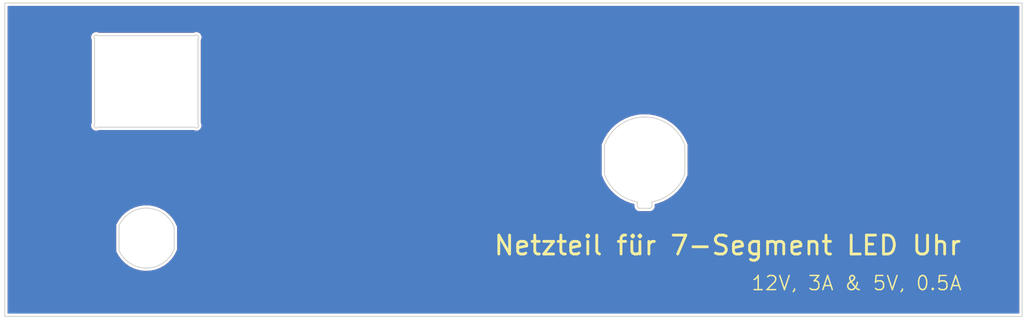
<source format=kicad_pcb>
(kicad_pcb (version 20171130) (host pcbnew 5.1.6)

  (general
    (thickness 1.6)
    (drawings 28)
    (tracks 0)
    (zones 0)
    (modules 0)
    (nets 1)
  )

  (page A4)
  (layers
    (0 F.Cu signal)
    (31 B.Cu signal)
    (32 B.Adhes user)
    (33 F.Adhes user)
    (34 B.Paste user)
    (35 F.Paste user)
    (36 B.SilkS user)
    (37 F.SilkS user)
    (38 B.Mask user)
    (39 F.Mask user)
    (40 Dwgs.User user)
    (41 Cmts.User user)
    (42 Eco1.User user)
    (43 Eco2.User user)
    (44 Edge.Cuts user)
    (45 Margin user)
    (46 B.CrtYd user)
    (47 F.CrtYd user)
    (48 B.Fab user)
    (49 F.Fab user)
  )

  (setup
    (last_trace_width 0.25)
    (trace_clearance 0.2)
    (zone_clearance 0.508)
    (zone_45_only no)
    (trace_min 0.2)
    (via_size 0.8)
    (via_drill 0.4)
    (via_min_size 0.4)
    (via_min_drill 0.3)
    (uvia_size 0.3)
    (uvia_drill 0.1)
    (uvias_allowed no)
    (uvia_min_size 0.2)
    (uvia_min_drill 0.1)
    (edge_width 0.05)
    (segment_width 0.2)
    (pcb_text_width 0.3)
    (pcb_text_size 1.5 1.5)
    (mod_edge_width 0.12)
    (mod_text_size 1 1)
    (mod_text_width 0.15)
    (pad_size 1.524 1.524)
    (pad_drill 0.762)
    (pad_to_mask_clearance 0.05)
    (aux_axis_origin 0 0)
    (visible_elements 7FFFFFFF)
    (pcbplotparams
      (layerselection 0x010f0_ffffffff)
      (usegerberextensions false)
      (usegerberattributes true)
      (usegerberadvancedattributes true)
      (creategerberjobfile true)
      (excludeedgelayer true)
      (linewidth 0.150000)
      (plotframeref false)
      (viasonmask false)
      (mode 1)
      (useauxorigin false)
      (hpglpennumber 1)
      (hpglpenspeed 20)
      (hpglpendiameter 15.000000)
      (psnegative false)
      (psa4output false)
      (plotreference true)
      (plotvalue true)
      (plotinvisibletext false)
      (padsonsilk false)
      (subtractmaskfromsilk false)
      (outputformat 1)
      (mirror false)
      (drillshape 0)
      (scaleselection 1)
      (outputdirectory "output/frontplate"))
  )

  (net 0 "")

  (net_class Default "Dies ist die voreingestellte Netzklasse."
    (clearance 0.2)
    (trace_width 0.25)
    (via_dia 0.8)
    (via_drill 0.4)
    (uvia_dia 0.3)
    (uvia_drill 0.1)
  )

  (gr_text "12V, 3A & 5V, 0.5A" (at 266 125) (layer F.SilkS)
    (effects (font (size 3 3) (thickness 0.3)) (justify right))
  )
  (gr_text "Netzteil für 7-Segment LED Uhr" (at 266 117) (layer F.SilkS)
    (effects (font (size 4 4) (thickness 0.6)) (justify right))
  )
  (gr_line (start 200.146393 108.6465) (end 200.146393 107.766904) (layer Edge.Cuts) (width 0.2))
  (gr_line (start 197.553607 109.1465) (end 199.646393 109.1465) (layer Edge.Cuts) (width 0.2))
  (gr_arc (start 103.596443 72.903551) (end 103.95 73.257101) (angle -180) (layer Edge.Cuts) (width 0.2))
  (gr_line (start 197.053607 108.6465) (end 197.053607 107.766904) (layer Edge.Cuts) (width 0.2))
  (gr_arc (start 103.596443 91.59645) (end 103.242886 91.95) (angle -180) (layer Edge.Cuts) (width 0.2))
  (gr_arc (start 197.553607 108.6465) (end 197.053607 108.6465) (angle -90) (layer Edge.Cuts) (width 0.2))
  (gr_line (start 63 132.05) (end 63 65.65) (layer Edge.Cuts) (width 0.2))
  (gr_arc (start 82.403556 91.59645) (end 82.05 91.2429) (angle -180) (layer Edge.Cuts) (width 0.2))
  (gr_line (start 278.6 65.65) (end 278.6 132.05) (layer Edge.Cuts) (width 0.2))
  (gr_line (start 63 65.65) (end 278.6 65.65) (layer Edge.Cuts) (width 0.2))
  (gr_arc (start 93 115.45) (end 87.226393 118.093476) (angle -134.3527363) (layer Edge.Cuts) (width 0.2))
  (gr_line (start 103.242886 72.550001) (end 82.757113 72.55) (layer Edge.Cuts) (width 0.2))
  (gr_line (start 103.95 91.2429) (end 103.95 73.257101) (layer Edge.Cuts) (width 0.2))
  (gr_line (start 82.757112 91.95) (end 103.242886 91.95) (layer Edge.Cuts) (width 0.2))
  (gr_line (start 98.926393 113.169569) (end 98.926393 117.730432) (layer Edge.Cuts) (width 0.2))
  (gr_line (start 87.226393 118.093476) (end 87.226393 112.806525) (layer Edge.Cuts) (width 0.2))
  (gr_arc (start 199.646393 108.6465) (end 199.646393 109.1465) (angle -90) (layer Edge.Cuts) (width 0.2))
  (gr_line (start 278.6 132.05) (end 63 132.05) (layer Edge.Cuts) (width 0.2))
  (gr_arc (start 82.403556 72.903551) (end 82.757113 72.55) (angle -180) (layer Edge.Cuts) (width 0.2))
  (gr_arc (start 93 115.45) (end 98.926393 113.169569) (angle -134.3527363) (layer Edge.Cuts) (width 0.2))
  (gr_line (start 82.049999 73.257102) (end 82.05 91.2429) (layer Edge.Cuts) (width 0.2))
  (gr_line (start 190.1 95.743153) (end 190.1 101.956848) (layer Edge.Cuts) (width 0.2))
  (gr_arc (start 198.6 98.85) (end 190.1 101.956848) (angle -60.08352789) (layer Edge.Cuts) (width 0.2))
  (gr_arc (start 198.6 98.85) (end 200.146393 107.766904) (angle -60.08353601) (layer Edge.Cuts) (width 0.2))
  (gr_arc (start 198.6 98.85) (end 207.1 95.743153) (angle -139.8441271) (layer Edge.Cuts) (width 0.2))
  (gr_line (start 207.1 101.956848) (end 207.1 95.743153) (layer Edge.Cuts) (width 0.2))

  (zone (net 0) (net_name "") (layer B.Cu) (tstamp 0) (hatch edge 0.508)
    (connect_pads yes (clearance 0.508))
    (min_thickness 0.254)
    (fill yes (arc_segments 32) (thermal_gap 0.508) (thermal_bridge_width 0.508))
    (polygon
      (pts
        (xy 279 133) (xy 62 133) (xy 62 65) (xy 279 65)
      )
    )
    (filled_polygon
      (pts
        (xy 277.865001 131.315) (xy 63.735 131.315) (xy 63.735 118.12958) (xy 86.491393 118.12958) (xy 86.502028 118.23756)
        (xy 86.544056 118.376108) (xy 86.612306 118.503795) (xy 86.614981 118.507055) (xy 87.027421 119.257983) (xy 87.057922 119.304457)
        (xy 87.08817 119.351117) (xy 87.694119 120.142129) (xy 87.771223 120.227902) (xy 88.493453 120.914383) (xy 88.493454 120.914384)
        (xy 88.583027 120.987039) (xy 89.403755 121.552087) (xy 89.503591 121.609835) (xy 90.402606 122.039537) (xy 90.510247 122.080956)
        (xy 90.510251 122.080957) (xy 91.465416 122.36473) (xy 91.57821 122.388801) (xy 92.56601 122.519661) (xy 92.681182 122.52579)
        (xy 92.681183 122.52579) (xy 93.677293 122.500512) (xy 93.792006 122.48855) (xy 93.792018 122.488547) (xy 94.771898 122.307756)
        (xy 94.883327 122.277996) (xy 94.883331 122.277994) (xy 95.822868 121.946142) (xy 95.822872 121.946141) (xy 95.928273 121.899315)
        (xy 96.804338 121.424568) (xy 96.901116 121.361831) (xy 96.901118 121.361829) (xy 97.692129 120.755881) (xy 97.777902 120.678777)
        (xy 98.464383 119.956547) (xy 98.506614 119.904482) (xy 98.537039 119.866973) (xy 99.102087 119.046245) (xy 99.159835 118.946409)
        (xy 99.582404 118.062318) (xy 99.60873 118.013065) (xy 99.650758 117.874517) (xy 99.661393 117.766537) (xy 99.661393 113.133464)
        (xy 99.650758 113.025484) (xy 99.60873 112.886936) (xy 99.583384 112.839517) (xy 99.197182 112.019639) (xy 99.169614 111.971351)
        (xy 99.142324 111.922917) (xy 98.586583 111.095858) (xy 98.514944 111.00547) (xy 97.83667 110.275537) (xy 97.836665 110.27553)
        (xy 97.777237 110.220882) (xy 97.751769 110.197462) (xy 97.751762 110.197458) (xy 96.967653 109.582616) (xy 96.871589 109.518789)
        (xy 96.000948 109.034179) (xy 96.000943 109.034176) (xy 95.896077 108.986163) (xy 94.96034 108.643715) (xy 94.9007 108.627062)
        (xy 94.849255 108.612697) (xy 93.871468 108.420846) (xy 93.756898 108.407588) (xy 93.756897 108.407588) (xy 92.761137 108.37106)
        (xy 92.761136 108.37106) (xy 92.65619 108.375457) (xy 92.645903 108.375888) (xy 91.656687 108.49558) (xy 91.543628 108.518375)
        (xy 90.585314 108.791341) (xy 90.477212 108.831542) (xy 89.573404 109.251058) (xy 89.573399 109.25106) (xy 89.472917 109.307676)
        (xy 88.645858 109.863417) (xy 88.563119 109.928994) (xy 88.55547 109.935056) (xy 87.825537 110.61333) (xy 87.82553 110.613335)
        (xy 87.80194 110.638989) (xy 87.747462 110.698231) (xy 87.747458 110.698238) (xy 87.132616 111.482347) (xy 87.068789 111.578411)
        (xy 86.616309 112.391329) (xy 86.612307 112.396205) (xy 86.544057 112.523892) (xy 86.502029 112.66244) (xy 86.491394 112.77042)
        (xy 86.491393 118.12958) (xy 63.735 118.12958) (xy 63.735 95.707049) (xy 189.365 95.707049) (xy 189.365001 101.992953)
        (xy 189.375636 102.100933) (xy 189.417664 102.239481) (xy 189.437848 102.277242) (xy 189.859691 103.246503) (xy 189.865708 103.258151)
        (xy 189.870569 103.270328) (xy 189.902041 103.329118) (xy 190.515573 104.359902) (xy 190.524313 104.37259) (xy 190.531869 104.38602)
        (xy 190.570839 104.440131) (xy 191.315309 105.380718) (xy 191.325654 105.392142) (xy 191.334917 105.404452) (xy 191.380702 105.452933)
        (xy 192.243031 106.286796) (xy 192.254793 106.296749) (xy 192.265605 106.307728) (xy 192.3174 106.349729) (xy 193.282438 107.062218)
        (xy 193.295415 107.07053) (xy 193.307582 107.07998) (xy 193.364476 107.114761) (xy 194.415268 107.693359) (xy 194.429232 107.699882)
        (xy 194.442541 107.70764) (xy 194.503535 107.734591) (xy 195.621619 108.169132) (xy 195.636316 108.173749) (xy 195.650541 108.179681)
        (xy 195.714564 108.198328) (xy 196.318607 108.344892) (xy 196.318607 108.682604) (xy 196.321665 108.713649) (xy 196.321644 108.716605)
        (xy 196.322645 108.726818) (xy 196.327679 108.774716) (xy 196.329242 108.790584) (xy 196.329403 108.791113) (xy 196.332845 108.823867)
        (xy 196.346245 108.889144) (xy 196.358723 108.954559) (xy 196.361689 108.964384) (xy 196.390545 109.057603) (xy 196.416387 109.119078)
        (xy 196.441318 109.180784) (xy 196.446135 109.189845) (xy 196.492548 109.275683) (xy 196.529803 109.330915) (xy 196.566276 109.386651)
        (xy 196.572762 109.394604) (xy 196.634964 109.469793) (xy 196.682248 109.516748) (xy 196.728837 109.564324) (xy 196.736744 109.570865)
        (xy 196.736749 109.57087) (xy 196.736755 109.570874) (xy 196.812365 109.632541) (xy 196.867863 109.669414) (xy 196.922826 109.707048)
        (xy 196.931853 109.711929) (xy 197.018014 109.757741) (xy 197.07962 109.783133) (xy 197.140827 109.809367) (xy 197.150631 109.812402)
        (xy 197.150635 109.812403) (xy 197.150637 109.812404) (xy 197.150639 109.812404) (xy 197.244049 109.840607) (xy 197.309442 109.853556)
        (xy 197.374564 109.867397) (xy 197.384755 109.868468) (xy 197.384763 109.86847) (xy 197.38477 109.86847) (xy 197.481296 109.877934)
        (xy 197.517502 109.8815) (xy 199.682498 109.8815) (xy 199.713543 109.878442) (xy 199.716498 109.878463) (xy 199.726711 109.877462)
        (xy 199.774594 109.872429) (xy 199.790478 109.870865) (xy 199.791008 109.870704) (xy 199.82376 109.867262) (xy 199.889037 109.853862)
        (xy 199.954452 109.841384) (xy 199.964277 109.838418) (xy 200.057496 109.809562) (xy 200.118971 109.78372) (xy 200.180677 109.758789)
        (xy 200.189738 109.753972) (xy 200.275576 109.707559) (xy 200.330808 109.670304) (xy 200.386544 109.633831) (xy 200.394497 109.627345)
        (xy 200.469686 109.565143) (xy 200.516641 109.517859) (xy 200.564217 109.47127) (xy 200.570758 109.463363) (xy 200.570763 109.463358)
        (xy 200.570767 109.463352) (xy 200.632434 109.387742) (xy 200.669307 109.332244) (xy 200.706941 109.277281) (xy 200.711822 109.268254)
        (xy 200.757634 109.182093) (xy 200.783026 109.120487) (xy 200.80926 109.05928) (xy 200.812295 109.049476) (xy 200.8405 108.956058)
        (xy 200.853449 108.890665) (xy 200.86729 108.825543) (xy 200.868361 108.815352) (xy 200.868363 108.815344) (xy 200.868363 108.815337)
        (xy 200.877885 108.71822) (xy 200.881393 108.682605) (xy 200.881393 108.34862) (xy 201.372791 108.232637) (xy 201.385324 108.228786)
        (xy 201.398171 108.226167) (xy 201.461619 108.205647) (xy 202.585049 107.78512) (xy 202.599089 107.778774) (xy 202.613649 107.773726)
        (xy 202.673825 107.744995) (xy 203.731769 107.179582) (xy 203.744846 107.171435) (xy 203.75861 107.164506) (xy 203.814458 107.128068)
        (xy 204.78833 106.427702) (xy 204.800215 106.417897) (xy 204.812942 106.409208) (xy 204.863481 106.365705) (xy 205.736168 105.54269)
        (xy 205.746648 105.531403) (xy 205.758118 105.521104) (xy 205.802458 105.471298) (xy 206.558632 104.540094) (xy 206.567531 104.527515)
        (xy 206.577534 104.515794) (xy 206.614899 104.460562) (xy 207.241271 103.437529) (xy 207.248427 103.423886) (xy 207.256793 103.410943)
        (xy 207.286524 103.351254) (xy 207.761061 102.279285) (xy 207.782337 102.239481) (xy 207.824365 102.100933) (xy 207.835 101.992953)
        (xy 207.835 95.707048) (xy 207.824365 95.599068) (xy 207.782337 95.46052) (xy 207.767964 95.43363) (xy 207.606401 95.025572)
        (xy 207.606066 95.024867) (xy 207.605824 95.024118) (xy 207.578359 94.963353) (xy 207.035226 93.893798) (xy 207.027354 93.880552)
        (xy 207.020715 93.866647) (xy 206.985455 93.810048) (xy 206.305637 92.821723) (xy 206.296088 92.809642) (xy 206.287664 92.79673)
        (xy 206.245228 92.745292) (xy 205.440669 91.855558) (xy 205.429601 91.844841) (xy 205.419548 91.833162) (xy 205.370705 91.787811)
        (xy 205.370682 91.787788) (xy 205.370674 91.787782) (xy 204.455519 91.012279) (xy 204.443129 91.003118) (xy 204.431621 90.992873)
        (xy 204.377183 90.95436) (xy 203.367493 90.306699) (xy 203.354 90.299258) (xy 203.341238 90.290624) (xy 203.282184 90.259649)
        (xy 202.195706 89.751216) (xy 202.181349 89.745625) (xy 202.167555 89.738754) (xy 202.10494 89.715868) (xy 202.104925 89.715862)
        (xy 202.104921 89.715861) (xy 200.960748 89.355589) (xy 200.945779 89.351946) (xy 200.931197 89.34696) (xy 200.866088 89.332552)
        (xy 199.684313 89.126768) (xy 199.668992 89.125137) (xy 199.65388 89.122123) (xy 199.587443 89.116453) (xy 199.587438 89.116453)
        (xy 198.388829 89.068774) (xy 198.373426 89.069183) (xy 198.358049 89.068195) (xy 198.29144 89.071362) (xy 197.097054 89.182626)
        (xy 197.081849 89.185067) (xy 197.066468 89.186122) (xy 197.000863 89.198071) (xy 195.831684 89.466323) (xy 195.81693 89.470756)
        (xy 195.80183 89.473834) (xy 195.738382 89.494354) (xy 194.614952 89.91488) (xy 194.600912 89.921226) (xy 194.586352 89.926274)
        (xy 194.526176 89.955005) (xy 193.468231 90.520419) (xy 193.455151 90.528568) (xy 193.441391 90.535495) (xy 193.385543 90.571933)
        (xy 192.411671 91.272299) (xy 192.399789 91.282101) (xy 192.387058 91.290793) (xy 192.33652 91.334297) (xy 191.463832 92.157311)
        (xy 191.453348 92.168602) (xy 191.441883 92.178897) (xy 191.397542 92.228703) (xy 190.641369 93.159906) (xy 190.63247 93.172485)
        (xy 190.622467 93.184206) (xy 190.585102 93.239438) (xy 189.958729 94.262471) (xy 189.951569 94.276121) (xy 189.943208 94.289057)
        (xy 189.913477 94.348746) (xy 189.438939 95.420716) (xy 189.417663 95.460521) (xy 189.375635 95.599069) (xy 189.365 95.707049)
        (xy 63.735 95.707049) (xy 63.735 72.969348) (xy 81.171355 72.969348) (xy 81.17232 72.979565) (xy 81.182181 73.07665)
        (xy 81.195358 73.142001) (xy 81.207601 73.207424) (xy 81.210532 73.217259) (xy 81.239061 73.310578) (xy 81.264669 73.372099)
        (xy 81.289403 73.43394) (xy 81.294189 73.443018) (xy 81.314999 73.481829) (xy 81.315001 91.018054) (xy 81.286765 91.072528)
        (xy 81.262019 91.1344) (xy 81.236426 91.195884) (xy 81.233494 91.205719) (xy 81.20627 91.299427) (xy 81.194006 91.364962)
        (xy 81.18085 91.43021) (xy 81.179884 91.440426) (xy 81.17138 91.537637) (xy 81.172079 91.60427) (xy 81.171847 91.670868)
        (xy 81.172884 91.681078) (xy 81.183424 91.77809) (xy 81.197051 91.843317) (xy 81.209759 91.908689) (xy 81.212759 91.918503)
        (xy 81.241941 92.011621) (xy 81.267977 92.072956) (xy 81.293142 92.134619) (xy 81.297991 92.143663) (xy 81.344704 92.229339)
        (xy 81.382175 92.284474) (xy 81.418819 92.340048) (xy 81.425331 92.347975) (xy 81.425334 92.34798) (xy 81.425338 92.347984)
        (xy 81.487797 92.422949) (xy 81.535233 92.469727) (xy 81.582006 92.517157) (xy 81.589936 92.523671) (xy 81.665772 92.585081)
        (xy 81.721413 92.621769) (xy 81.776492 92.659199) (xy 81.785536 92.664049) (xy 81.871857 92.709559) (xy 81.93356 92.734738)
        (xy 81.994848 92.760753) (xy 82.004661 92.763754) (xy 82.098177 92.791632) (xy 82.163603 92.804349) (xy 82.228787 92.817966)
        (xy 82.238997 92.819003) (xy 82.336147 92.828185) (xy 82.402793 92.827951) (xy 82.469371 92.828648) (xy 82.479587 92.827683)
        (xy 82.576671 92.817821) (xy 82.641997 92.804648) (xy 82.707453 92.792398) (xy 82.717288 92.789466) (xy 82.810606 92.760935)
        (xy 82.872133 92.735323) (xy 82.933961 92.710593) (xy 82.943039 92.705807) (xy 82.981843 92.685) (xy 103.018037 92.685)
        (xy 103.072504 92.713233) (xy 103.134377 92.737981) (xy 103.195852 92.763572) (xy 103.205686 92.766504) (xy 103.205691 92.766506)
        (xy 103.205696 92.766507) (xy 103.299394 92.79373) (xy 103.364903 92.805991) (xy 103.430178 92.819153) (xy 103.440391 92.820119)
        (xy 103.440395 92.820119) (xy 103.537606 92.828625) (xy 103.604257 92.827928) (xy 103.670837 92.828161) (xy 103.681047 92.827125)
        (xy 103.778059 92.816587) (xy 103.843297 92.802959) (xy 103.908657 92.790255) (xy 103.918471 92.787255) (xy 103.918473 92.787255)
        (xy 103.918477 92.787253) (xy 104.011589 92.758075) (xy 104.072902 92.73205) (xy 104.134595 92.706874) (xy 104.143639 92.702024)
        (xy 104.229316 92.655312) (xy 104.284441 92.61785) (xy 104.340025 92.5812) (xy 104.347956 92.574686) (xy 104.347959 92.574684)
        (xy 104.347962 92.574681) (xy 104.422928 92.512223) (xy 104.469718 92.464776) (xy 104.517137 92.418015) (xy 104.523651 92.410085)
        (xy 104.585062 92.33425) (xy 104.621736 92.278633) (xy 104.659176 92.223543) (xy 104.664026 92.214499) (xy 104.709539 92.128178)
        (xy 104.734713 92.066494) (xy 104.760742 92.005174) (xy 104.763743 91.995361) (xy 104.791622 91.901845) (xy 104.804336 91.836439)
        (xy 104.817956 91.771244) (xy 104.818994 91.761034) (xy 104.828178 91.663885) (xy 104.827946 91.597221) (xy 104.828644 91.530661)
        (xy 104.827678 91.520444) (xy 104.827678 91.520439) (xy 104.827677 91.520434) (xy 104.817818 91.42336) (xy 104.804646 91.358026)
        (xy 104.792396 91.292571) (xy 104.789465 91.282736) (xy 104.760935 91.189417) (xy 104.735322 91.127884) (xy 104.710598 91.066068)
        (xy 104.705812 91.05699) (xy 104.70581 91.056985) (xy 104.705807 91.05698) (xy 104.685 91.018175) (xy 104.685 73.481944)
        (xy 104.713235 73.427472) (xy 104.737985 73.36559) (xy 104.763573 73.304118) (xy 104.766505 73.294284) (xy 104.793729 73.200576)
        (xy 104.805981 73.135107) (xy 104.81915 73.069791) (xy 104.820116 73.059574) (xy 104.82862 72.962363) (xy 104.827921 72.89573)
        (xy 104.828153 72.829132) (xy 104.827116 72.818922) (xy 104.816576 72.72191) (xy 104.802949 72.656683) (xy 104.790241 72.591311)
        (xy 104.787241 72.581497) (xy 104.758059 72.48838) (xy 104.732028 72.427058) (xy 104.706858 72.365381) (xy 104.702008 72.356337)
        (xy 104.655296 72.270661) (xy 104.617817 72.215514) (xy 104.581177 72.159947) (xy 104.574669 72.152024) (xy 104.574666 72.15202)
        (xy 104.574663 72.152017) (xy 104.512199 72.077047) (xy 104.464724 72.030231) (xy 104.417989 71.98284) (xy 104.410065 71.976331)
        (xy 104.41006 71.976326) (xy 104.410055 71.976322) (xy 104.334222 71.914916) (xy 104.278603 71.878243) (xy 104.223509 71.840802)
        (xy 104.214465 71.835953) (xy 104.128145 71.790443) (xy 104.06643 71.765258) (xy 104.005151 71.739247) (xy 103.995338 71.736246)
        (xy 103.901822 71.708368) (xy 103.836396 71.695651) (xy 103.771212 71.682034) (xy 103.761002 71.680997) (xy 103.663852 71.671815)
        (xy 103.597208 71.672049) (xy 103.53063 71.671352) (xy 103.520413 71.672317) (xy 103.423328 71.682179) (xy 103.35798 71.695356)
        (xy 103.292537 71.707604) (xy 103.282715 71.710532) (xy 103.282703 71.710536) (xy 103.189385 71.739068) (xy 103.127846 71.764685)
        (xy 103.066043 71.789405) (xy 103.056965 71.794191) (xy 103.056958 71.794195) (xy 103.056955 71.794196) (xy 103.056952 71.794198)
        (xy 103.018153 71.815002) (xy 82.981962 71.815) (xy 82.927492 71.786765) (xy 82.865616 71.762016) (xy 82.804146 71.736428)
        (xy 82.794312 71.733496) (xy 82.700604 71.70627) (xy 82.635085 71.694008) (xy 82.569812 71.680846) (xy 82.559596 71.67988)
        (xy 82.462384 71.671375) (xy 82.39573 71.672073) (xy 82.329161 71.67184) (xy 82.318951 71.672876) (xy 82.221939 71.683414)
        (xy 82.156707 71.697041) (xy 82.091341 71.709746) (xy 82.081527 71.712746) (xy 81.988409 71.741926) (xy 81.927083 71.767957)
        (xy 81.865404 71.793127) (xy 81.856359 71.797976) (xy 81.770682 71.844689) (xy 81.715573 71.882141) (xy 81.659973 71.918801)
        (xy 81.652042 71.925315) (xy 81.57707 71.987778) (xy 81.53026 72.035246) (xy 81.482858 72.08199) (xy 81.476344 72.089919)
        (xy 81.414933 72.165756) (xy 81.378275 72.221351) (xy 81.34082 72.276462) (xy 81.33597 72.285506) (xy 81.290459 72.371825)
        (xy 81.265273 72.43354) (xy 81.239259 72.49482) (xy 81.236258 72.504634) (xy 81.208378 72.59815) (xy 81.195657 72.663589)
        (xy 81.182042 72.728758) (xy 81.181004 72.738968) (xy 81.17182 72.836118) (xy 81.172052 72.902792) (xy 81.171355 72.969348)
        (xy 63.735 72.969348) (xy 63.735 66.385) (xy 277.865 66.385)
      )
    )
  )
  (zone (net 0) (net_name "") (layer F.Cu) (tstamp 5F215304) (hatch edge 0.508)
    (connect_pads yes (clearance 0.508))
    (min_thickness 0.254)
    (fill yes (arc_segments 32) (thermal_gap 0.508) (thermal_bridge_width 0.508))
    (polygon
      (pts
        (xy 279 133) (xy 62 133) (xy 62 65) (xy 279 65)
      )
    )
    (filled_polygon
      (pts
        (xy 277.865001 131.315) (xy 63.735 131.315) (xy 63.735 118.12958) (xy 86.491393 118.12958) (xy 86.502028 118.23756)
        (xy 86.544056 118.376108) (xy 86.612306 118.503795) (xy 86.614981 118.507055) (xy 87.027421 119.257983) (xy 87.057922 119.304457)
        (xy 87.08817 119.351117) (xy 87.694119 120.142129) (xy 87.771223 120.227902) (xy 88.493453 120.914383) (xy 88.493454 120.914384)
        (xy 88.583027 120.987039) (xy 89.403755 121.552087) (xy 89.503591 121.609835) (xy 90.402606 122.039537) (xy 90.510247 122.080956)
        (xy 90.510251 122.080957) (xy 91.465416 122.36473) (xy 91.57821 122.388801) (xy 92.56601 122.519661) (xy 92.681182 122.52579)
        (xy 92.681183 122.52579) (xy 93.677293 122.500512) (xy 93.792006 122.48855) (xy 93.792018 122.488547) (xy 94.771898 122.307756)
        (xy 94.883327 122.277996) (xy 94.883331 122.277994) (xy 95.822868 121.946142) (xy 95.822872 121.946141) (xy 95.928273 121.899315)
        (xy 96.804338 121.424568) (xy 96.901116 121.361831) (xy 96.901118 121.361829) (xy 97.692129 120.755881) (xy 97.777902 120.678777)
        (xy 98.464383 119.956547) (xy 98.506614 119.904482) (xy 98.537039 119.866973) (xy 99.102087 119.046245) (xy 99.159835 118.946409)
        (xy 99.582404 118.062318) (xy 99.60873 118.013065) (xy 99.650758 117.874517) (xy 99.661393 117.766537) (xy 99.661393 113.133464)
        (xy 99.650758 113.025484) (xy 99.60873 112.886936) (xy 99.583384 112.839517) (xy 99.197182 112.019639) (xy 99.169614 111.971351)
        (xy 99.142324 111.922917) (xy 98.586583 111.095858) (xy 98.514944 111.00547) (xy 97.83667 110.275537) (xy 97.836665 110.27553)
        (xy 97.777237 110.220882) (xy 97.751769 110.197462) (xy 97.751762 110.197458) (xy 96.967653 109.582616) (xy 96.871589 109.518789)
        (xy 96.000948 109.034179) (xy 96.000943 109.034176) (xy 95.896077 108.986163) (xy 94.96034 108.643715) (xy 94.9007 108.627062)
        (xy 94.849255 108.612697) (xy 93.871468 108.420846) (xy 93.756898 108.407588) (xy 93.756897 108.407588) (xy 92.761137 108.37106)
        (xy 92.761136 108.37106) (xy 92.65619 108.375457) (xy 92.645903 108.375888) (xy 91.656687 108.49558) (xy 91.543628 108.518375)
        (xy 90.585314 108.791341) (xy 90.477212 108.831542) (xy 89.573404 109.251058) (xy 89.573399 109.25106) (xy 89.472917 109.307676)
        (xy 88.645858 109.863417) (xy 88.563119 109.928994) (xy 88.55547 109.935056) (xy 87.825537 110.61333) (xy 87.82553 110.613335)
        (xy 87.80194 110.638989) (xy 87.747462 110.698231) (xy 87.747458 110.698238) (xy 87.132616 111.482347) (xy 87.068789 111.578411)
        (xy 86.616309 112.391329) (xy 86.612307 112.396205) (xy 86.544057 112.523892) (xy 86.502029 112.66244) (xy 86.491394 112.77042)
        (xy 86.491393 118.12958) (xy 63.735 118.12958) (xy 63.735 95.707049) (xy 189.365 95.707049) (xy 189.365001 101.992953)
        (xy 189.375636 102.100933) (xy 189.417664 102.239481) (xy 189.437848 102.277242) (xy 189.859691 103.246503) (xy 189.865708 103.258151)
        (xy 189.870569 103.270328) (xy 189.902041 103.329118) (xy 190.515573 104.359902) (xy 190.524313 104.37259) (xy 190.531869 104.38602)
        (xy 190.570839 104.440131) (xy 191.315309 105.380718) (xy 191.325654 105.392142) (xy 191.334917 105.404452) (xy 191.380702 105.452933)
        (xy 192.243031 106.286796) (xy 192.254793 106.296749) (xy 192.265605 106.307728) (xy 192.3174 106.349729) (xy 193.282438 107.062218)
        (xy 193.295415 107.07053) (xy 193.307582 107.07998) (xy 193.364476 107.114761) (xy 194.415268 107.693359) (xy 194.429232 107.699882)
        (xy 194.442541 107.70764) (xy 194.503535 107.734591) (xy 195.621619 108.169132) (xy 195.636316 108.173749) (xy 195.650541 108.179681)
        (xy 195.714564 108.198328) (xy 196.318607 108.344892) (xy 196.318607 108.682604) (xy 196.321665 108.713649) (xy 196.321644 108.716605)
        (xy 196.322645 108.726818) (xy 196.327679 108.774716) (xy 196.329242 108.790584) (xy 196.329403 108.791113) (xy 196.332845 108.823867)
        (xy 196.346245 108.889144) (xy 196.358723 108.954559) (xy 196.361689 108.964384) (xy 196.390545 109.057603) (xy 196.416387 109.119078)
        (xy 196.441318 109.180784) (xy 196.446135 109.189845) (xy 196.492548 109.275683) (xy 196.529803 109.330915) (xy 196.566276 109.386651)
        (xy 196.572762 109.394604) (xy 196.634964 109.469793) (xy 196.682248 109.516748) (xy 196.728837 109.564324) (xy 196.736744 109.570865)
        (xy 196.736749 109.57087) (xy 196.736755 109.570874) (xy 196.812365 109.632541) (xy 196.867863 109.669414) (xy 196.922826 109.707048)
        (xy 196.931853 109.711929) (xy 197.018014 109.757741) (xy 197.07962 109.783133) (xy 197.140827 109.809367) (xy 197.150631 109.812402)
        (xy 197.150635 109.812403) (xy 197.150637 109.812404) (xy 197.150639 109.812404) (xy 197.244049 109.840607) (xy 197.309442 109.853556)
        (xy 197.374564 109.867397) (xy 197.384755 109.868468) (xy 197.384763 109.86847) (xy 197.38477 109.86847) (xy 197.481296 109.877934)
        (xy 197.517502 109.8815) (xy 199.682498 109.8815) (xy 199.713543 109.878442) (xy 199.716498 109.878463) (xy 199.726711 109.877462)
        (xy 199.774594 109.872429) (xy 199.790478 109.870865) (xy 199.791008 109.870704) (xy 199.82376 109.867262) (xy 199.889037 109.853862)
        (xy 199.954452 109.841384) (xy 199.964277 109.838418) (xy 200.057496 109.809562) (xy 200.118971 109.78372) (xy 200.180677 109.758789)
        (xy 200.189738 109.753972) (xy 200.275576 109.707559) (xy 200.330808 109.670304) (xy 200.386544 109.633831) (xy 200.394497 109.627345)
        (xy 200.469686 109.565143) (xy 200.516641 109.517859) (xy 200.564217 109.47127) (xy 200.570758 109.463363) (xy 200.570763 109.463358)
        (xy 200.570767 109.463352) (xy 200.632434 109.387742) (xy 200.669307 109.332244) (xy 200.706941 109.277281) (xy 200.711822 109.268254)
        (xy 200.757634 109.182093) (xy 200.783026 109.120487) (xy 200.80926 109.05928) (xy 200.812295 109.049476) (xy 200.8405 108.956058)
        (xy 200.853449 108.890665) (xy 200.86729 108.825543) (xy 200.868361 108.815352) (xy 200.868363 108.815344) (xy 200.868363 108.815337)
        (xy 200.877885 108.71822) (xy 200.881393 108.682605) (xy 200.881393 108.34862) (xy 201.372791 108.232637) (xy 201.385324 108.228786)
        (xy 201.398171 108.226167) (xy 201.461619 108.205647) (xy 202.585049 107.78512) (xy 202.599089 107.778774) (xy 202.613649 107.773726)
        (xy 202.673825 107.744995) (xy 203.731769 107.179582) (xy 203.744846 107.171435) (xy 203.75861 107.164506) (xy 203.814458 107.128068)
        (xy 204.78833 106.427702) (xy 204.800215 106.417897) (xy 204.812942 106.409208) (xy 204.863481 106.365705) (xy 205.736168 105.54269)
        (xy 205.746648 105.531403) (xy 205.758118 105.521104) (xy 205.802458 105.471298) (xy 206.558632 104.540094) (xy 206.567531 104.527515)
        (xy 206.577534 104.515794) (xy 206.614899 104.460562) (xy 207.241271 103.437529) (xy 207.248427 103.423886) (xy 207.256793 103.410943)
        (xy 207.286524 103.351254) (xy 207.761061 102.279285) (xy 207.782337 102.239481) (xy 207.824365 102.100933) (xy 207.835 101.992953)
        (xy 207.835 95.707048) (xy 207.824365 95.599068) (xy 207.782337 95.46052) (xy 207.767964 95.43363) (xy 207.606401 95.025572)
        (xy 207.606066 95.024867) (xy 207.605824 95.024118) (xy 207.578359 94.963353) (xy 207.035226 93.893798) (xy 207.027354 93.880552)
        (xy 207.020715 93.866647) (xy 206.985455 93.810048) (xy 206.305637 92.821723) (xy 206.296088 92.809642) (xy 206.287664 92.79673)
        (xy 206.245228 92.745292) (xy 205.440669 91.855558) (xy 205.429601 91.844841) (xy 205.419548 91.833162) (xy 205.370705 91.787811)
        (xy 205.370682 91.787788) (xy 205.370674 91.787782) (xy 204.455519 91.012279) (xy 204.443129 91.003118) (xy 204.431621 90.992873)
        (xy 204.377183 90.95436) (xy 203.367493 90.306699) (xy 203.354 90.299258) (xy 203.341238 90.290624) (xy 203.282184 90.259649)
        (xy 202.195706 89.751216) (xy 202.181349 89.745625) (xy 202.167555 89.738754) (xy 202.10494 89.715868) (xy 202.104925 89.715862)
        (xy 202.104921 89.715861) (xy 200.960748 89.355589) (xy 200.945779 89.351946) (xy 200.931197 89.34696) (xy 200.866088 89.332552)
        (xy 199.684313 89.126768) (xy 199.668992 89.125137) (xy 199.65388 89.122123) (xy 199.587443 89.116453) (xy 199.587438 89.116453)
        (xy 198.388829 89.068774) (xy 198.373426 89.069183) (xy 198.358049 89.068195) (xy 198.29144 89.071362) (xy 197.097054 89.182626)
        (xy 197.081849 89.185067) (xy 197.066468 89.186122) (xy 197.000863 89.198071) (xy 195.831684 89.466323) (xy 195.81693 89.470756)
        (xy 195.80183 89.473834) (xy 195.738382 89.494354) (xy 194.614952 89.91488) (xy 194.600912 89.921226) (xy 194.586352 89.926274)
        (xy 194.526176 89.955005) (xy 193.468231 90.520419) (xy 193.455151 90.528568) (xy 193.441391 90.535495) (xy 193.385543 90.571933)
        (xy 192.411671 91.272299) (xy 192.399789 91.282101) (xy 192.387058 91.290793) (xy 192.33652 91.334297) (xy 191.463832 92.157311)
        (xy 191.453348 92.168602) (xy 191.441883 92.178897) (xy 191.397542 92.228703) (xy 190.641369 93.159906) (xy 190.63247 93.172485)
        (xy 190.622467 93.184206) (xy 190.585102 93.239438) (xy 189.958729 94.262471) (xy 189.951569 94.276121) (xy 189.943208 94.289057)
        (xy 189.913477 94.348746) (xy 189.438939 95.420716) (xy 189.417663 95.460521) (xy 189.375635 95.599069) (xy 189.365 95.707049)
        (xy 63.735 95.707049) (xy 63.735 72.969348) (xy 81.171355 72.969348) (xy 81.17232 72.979565) (xy 81.182181 73.07665)
        (xy 81.195358 73.142001) (xy 81.207601 73.207424) (xy 81.210532 73.217259) (xy 81.239061 73.310578) (xy 81.264669 73.372099)
        (xy 81.289403 73.43394) (xy 81.294189 73.443018) (xy 81.314999 73.481829) (xy 81.315001 91.018054) (xy 81.286765 91.072528)
        (xy 81.262019 91.1344) (xy 81.236426 91.195884) (xy 81.233494 91.205719) (xy 81.20627 91.299427) (xy 81.194006 91.364962)
        (xy 81.18085 91.43021) (xy 81.179884 91.440426) (xy 81.17138 91.537637) (xy 81.172079 91.60427) (xy 81.171847 91.670868)
        (xy 81.172884 91.681078) (xy 81.183424 91.77809) (xy 81.197051 91.843317) (xy 81.209759 91.908689) (xy 81.212759 91.918503)
        (xy 81.241941 92.011621) (xy 81.267977 92.072956) (xy 81.293142 92.134619) (xy 81.297991 92.143663) (xy 81.344704 92.229339)
        (xy 81.382175 92.284474) (xy 81.418819 92.340048) (xy 81.425331 92.347975) (xy 81.425334 92.34798) (xy 81.425338 92.347984)
        (xy 81.487797 92.422949) (xy 81.535233 92.469727) (xy 81.582006 92.517157) (xy 81.589936 92.523671) (xy 81.665772 92.585081)
        (xy 81.721413 92.621769) (xy 81.776492 92.659199) (xy 81.785536 92.664049) (xy 81.871857 92.709559) (xy 81.93356 92.734738)
        (xy 81.994848 92.760753) (xy 82.004661 92.763754) (xy 82.098177 92.791632) (xy 82.163603 92.804349) (xy 82.228787 92.817966)
        (xy 82.238997 92.819003) (xy 82.336147 92.828185) (xy 82.402793 92.827951) (xy 82.469371 92.828648) (xy 82.479587 92.827683)
        (xy 82.576671 92.817821) (xy 82.641997 92.804648) (xy 82.707453 92.792398) (xy 82.717288 92.789466) (xy 82.810606 92.760935)
        (xy 82.872133 92.735323) (xy 82.933961 92.710593) (xy 82.943039 92.705807) (xy 82.981843 92.685) (xy 103.018037 92.685)
        (xy 103.072504 92.713233) (xy 103.134377 92.737981) (xy 103.195852 92.763572) (xy 103.205686 92.766504) (xy 103.205691 92.766506)
        (xy 103.205696 92.766507) (xy 103.299394 92.79373) (xy 103.364903 92.805991) (xy 103.430178 92.819153) (xy 103.440391 92.820119)
        (xy 103.440395 92.820119) (xy 103.537606 92.828625) (xy 103.604257 92.827928) (xy 103.670837 92.828161) (xy 103.681047 92.827125)
        (xy 103.778059 92.816587) (xy 103.843297 92.802959) (xy 103.908657 92.790255) (xy 103.918471 92.787255) (xy 103.918473 92.787255)
        (xy 103.918477 92.787253) (xy 104.011589 92.758075) (xy 104.072902 92.73205) (xy 104.134595 92.706874) (xy 104.143639 92.702024)
        (xy 104.229316 92.655312) (xy 104.284441 92.61785) (xy 104.340025 92.5812) (xy 104.347956 92.574686) (xy 104.347959 92.574684)
        (xy 104.347962 92.574681) (xy 104.422928 92.512223) (xy 104.469718 92.464776) (xy 104.517137 92.418015) (xy 104.523651 92.410085)
        (xy 104.585062 92.33425) (xy 104.621736 92.278633) (xy 104.659176 92.223543) (xy 104.664026 92.214499) (xy 104.709539 92.128178)
        (xy 104.734713 92.066494) (xy 104.760742 92.005174) (xy 104.763743 91.995361) (xy 104.791622 91.901845) (xy 104.804336 91.836439)
        (xy 104.817956 91.771244) (xy 104.818994 91.761034) (xy 104.828178 91.663885) (xy 104.827946 91.597221) (xy 104.828644 91.530661)
        (xy 104.827678 91.520444) (xy 104.827678 91.520439) (xy 104.827677 91.520434) (xy 104.817818 91.42336) (xy 104.804646 91.358026)
        (xy 104.792396 91.292571) (xy 104.789465 91.282736) (xy 104.760935 91.189417) (xy 104.735322 91.127884) (xy 104.710598 91.066068)
        (xy 104.705812 91.05699) (xy 104.70581 91.056985) (xy 104.705807 91.05698) (xy 104.685 91.018175) (xy 104.685 73.481944)
        (xy 104.713235 73.427472) (xy 104.737985 73.36559) (xy 104.763573 73.304118) (xy 104.766505 73.294284) (xy 104.793729 73.200576)
        (xy 104.805981 73.135107) (xy 104.81915 73.069791) (xy 104.820116 73.059574) (xy 104.82862 72.962363) (xy 104.827921 72.89573)
        (xy 104.828153 72.829132) (xy 104.827116 72.818922) (xy 104.816576 72.72191) (xy 104.802949 72.656683) (xy 104.790241 72.591311)
        (xy 104.787241 72.581497) (xy 104.758059 72.48838) (xy 104.732028 72.427058) (xy 104.706858 72.365381) (xy 104.702008 72.356337)
        (xy 104.655296 72.270661) (xy 104.617817 72.215514) (xy 104.581177 72.159947) (xy 104.574669 72.152024) (xy 104.574666 72.15202)
        (xy 104.574663 72.152017) (xy 104.512199 72.077047) (xy 104.464724 72.030231) (xy 104.417989 71.98284) (xy 104.410065 71.976331)
        (xy 104.41006 71.976326) (xy 104.410055 71.976322) (xy 104.334222 71.914916) (xy 104.278603 71.878243) (xy 104.223509 71.840802)
        (xy 104.214465 71.835953) (xy 104.128145 71.790443) (xy 104.06643 71.765258) (xy 104.005151 71.739247) (xy 103.995338 71.736246)
        (xy 103.901822 71.708368) (xy 103.836396 71.695651) (xy 103.771212 71.682034) (xy 103.761002 71.680997) (xy 103.663852 71.671815)
        (xy 103.597208 71.672049) (xy 103.53063 71.671352) (xy 103.520413 71.672317) (xy 103.423328 71.682179) (xy 103.35798 71.695356)
        (xy 103.292537 71.707604) (xy 103.282715 71.710532) (xy 103.282703 71.710536) (xy 103.189385 71.739068) (xy 103.127846 71.764685)
        (xy 103.066043 71.789405) (xy 103.056965 71.794191) (xy 103.056958 71.794195) (xy 103.056955 71.794196) (xy 103.056952 71.794198)
        (xy 103.018153 71.815002) (xy 82.981962 71.815) (xy 82.927492 71.786765) (xy 82.865616 71.762016) (xy 82.804146 71.736428)
        (xy 82.794312 71.733496) (xy 82.700604 71.70627) (xy 82.635085 71.694008) (xy 82.569812 71.680846) (xy 82.559596 71.67988)
        (xy 82.462384 71.671375) (xy 82.39573 71.672073) (xy 82.329161 71.67184) (xy 82.318951 71.672876) (xy 82.221939 71.683414)
        (xy 82.156707 71.697041) (xy 82.091341 71.709746) (xy 82.081527 71.712746) (xy 81.988409 71.741926) (xy 81.927083 71.767957)
        (xy 81.865404 71.793127) (xy 81.856359 71.797976) (xy 81.770682 71.844689) (xy 81.715573 71.882141) (xy 81.659973 71.918801)
        (xy 81.652042 71.925315) (xy 81.57707 71.987778) (xy 81.53026 72.035246) (xy 81.482858 72.08199) (xy 81.476344 72.089919)
        (xy 81.414933 72.165756) (xy 81.378275 72.221351) (xy 81.34082 72.276462) (xy 81.33597 72.285506) (xy 81.290459 72.371825)
        (xy 81.265273 72.43354) (xy 81.239259 72.49482) (xy 81.236258 72.504634) (xy 81.208378 72.59815) (xy 81.195657 72.663589)
        (xy 81.182042 72.728758) (xy 81.181004 72.738968) (xy 81.17182 72.836118) (xy 81.172052 72.902792) (xy 81.171355 72.969348)
        (xy 63.735 72.969348) (xy 63.735 66.385) (xy 277.865 66.385)
      )
    )
  )
)

</source>
